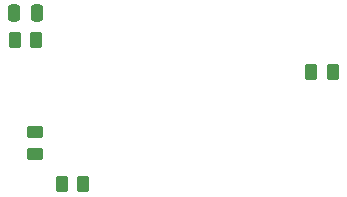
<source format=gbp>
G04 #@! TF.GenerationSoftware,KiCad,Pcbnew,(6.0.2)*
G04 #@! TF.CreationDate,2022-09-28T01:28:21+02:00*
G04 #@! TF.ProjectId,Washing-Machine-Sensor,57617368-696e-4672-9d4d-616368696e65,rev?*
G04 #@! TF.SameCoordinates,Original*
G04 #@! TF.FileFunction,Paste,Bot*
G04 #@! TF.FilePolarity,Positive*
%FSLAX46Y46*%
G04 Gerber Fmt 4.6, Leading zero omitted, Abs format (unit mm)*
G04 Created by KiCad (PCBNEW (6.0.2)) date 2022-09-28 01:28:21*
%MOMM*%
%LPD*%
G01*
G04 APERTURE LIST*
G04 Aperture macros list*
%AMRoundRect*
0 Rectangle with rounded corners*
0 $1 Rounding radius*
0 $2 $3 $4 $5 $6 $7 $8 $9 X,Y pos of 4 corners*
0 Add a 4 corners polygon primitive as box body*
4,1,4,$2,$3,$4,$5,$6,$7,$8,$9,$2,$3,0*
0 Add four circle primitives for the rounded corners*
1,1,$1+$1,$2,$3*
1,1,$1+$1,$4,$5*
1,1,$1+$1,$6,$7*
1,1,$1+$1,$8,$9*
0 Add four rect primitives between the rounded corners*
20,1,$1+$1,$2,$3,$4,$5,0*
20,1,$1+$1,$4,$5,$6,$7,0*
20,1,$1+$1,$6,$7,$8,$9,0*
20,1,$1+$1,$8,$9,$2,$3,0*%
G04 Aperture macros list end*
%ADD10RoundRect,0.250000X-0.262500X-0.450000X0.262500X-0.450000X0.262500X0.450000X-0.262500X0.450000X0*%
%ADD11RoundRect,0.250000X0.250000X0.475000X-0.250000X0.475000X-0.250000X-0.475000X0.250000X-0.475000X0*%
%ADD12RoundRect,0.250000X0.262500X0.450000X-0.262500X0.450000X-0.262500X-0.450000X0.262500X-0.450000X0*%
%ADD13RoundRect,0.250000X-0.450000X0.262500X-0.450000X-0.262500X0.450000X-0.262500X0.450000X0.262500X0*%
G04 APERTURE END LIST*
D10*
X198987500Y-99300000D03*
X200812500Y-99300000D03*
D11*
X175750000Y-94300000D03*
X173850000Y-94300000D03*
D12*
X179712500Y-108800000D03*
X177887500Y-108800000D03*
D13*
X175600000Y-104400000D03*
X175600000Y-106225000D03*
D10*
X173887500Y-96600000D03*
X175712500Y-96600000D03*
M02*

</source>
